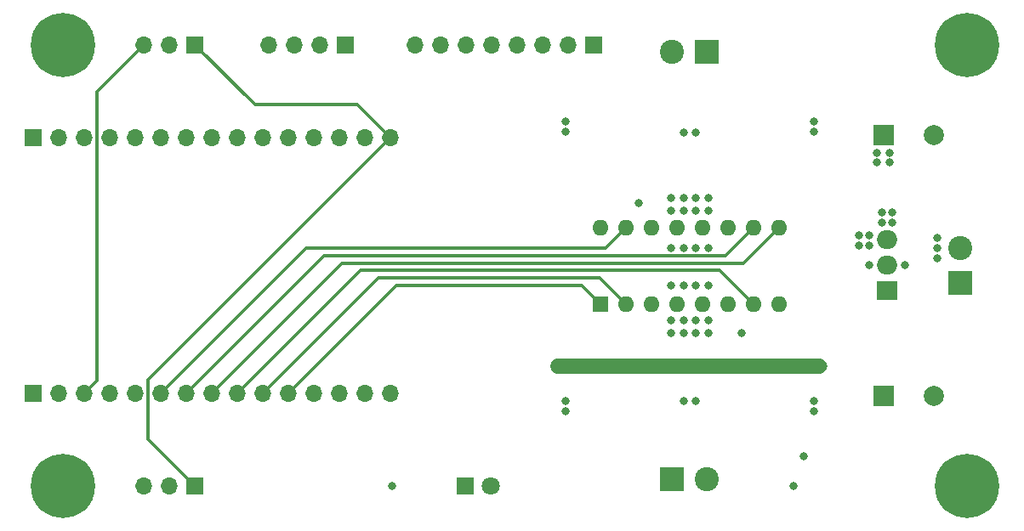
<source format=gbr>
%TF.GenerationSoftware,KiCad,Pcbnew,8.0.2*%
%TF.CreationDate,2024-05-31T22:22:53+03:00*%
%TF.ProjectId,mobrob,6d6f6272-6f62-42e6-9b69-6361645f7063,rev?*%
%TF.SameCoordinates,PX7bfa480PY6422c40*%
%TF.FileFunction,Copper,L4,Bot*%
%TF.FilePolarity,Positive*%
%FSLAX46Y46*%
G04 Gerber Fmt 4.6, Leading zero omitted, Abs format (unit mm)*
G04 Created by KiCad (PCBNEW 8.0.2) date 2024-05-31 22:22:53*
%MOMM*%
%LPD*%
G01*
G04 APERTURE LIST*
%TA.AperFunction,ComponentPad*%
%ADD10R,2.400000X2.400000*%
%TD*%
%TA.AperFunction,ComponentPad*%
%ADD11C,2.400000*%
%TD*%
%TA.AperFunction,ComponentPad*%
%ADD12C,0.800000*%
%TD*%
%TA.AperFunction,ComponentPad*%
%ADD13C,6.400000*%
%TD*%
%TA.AperFunction,ComponentPad*%
%ADD14R,2.000000X2.000000*%
%TD*%
%TA.AperFunction,ComponentPad*%
%ADD15C,2.000000*%
%TD*%
%TA.AperFunction,ComponentPad*%
%ADD16R,1.800000X1.800000*%
%TD*%
%TA.AperFunction,ComponentPad*%
%ADD17C,1.800000*%
%TD*%
%TA.AperFunction,ComponentPad*%
%ADD18R,1.700000X1.700000*%
%TD*%
%TA.AperFunction,ComponentPad*%
%ADD19O,1.700000X1.700000*%
%TD*%
%TA.AperFunction,ComponentPad*%
%ADD20R,2.000000X1.905000*%
%TD*%
%TA.AperFunction,ComponentPad*%
%ADD21O,2.000000X1.905000*%
%TD*%
%TA.AperFunction,ComponentPad*%
%ADD22R,1.600000X1.600000*%
%TD*%
%TA.AperFunction,ComponentPad*%
%ADD23O,1.600000X1.600000*%
%TD*%
%TA.AperFunction,ViaPad*%
%ADD24C,0.800000*%
%TD*%
%TA.AperFunction,ViaPad*%
%ADD25C,1.200000*%
%TD*%
%TA.AperFunction,Conductor*%
%ADD26C,0.300000*%
%TD*%
%TA.AperFunction,Conductor*%
%ADD27C,1.500000*%
%TD*%
G04 APERTURE END LIST*
D10*
%TO.P,J2,1,Pin_1*%
%TO.N,Net-(D1-A)*%
X65600000Y5700000D03*
D11*
%TO.P,J2,2,Pin_2*%
%TO.N,Net-(D3-A)*%
X69100000Y5700000D03*
%TD*%
D12*
%TO.P,H3,1,1*%
%TO.N,GND*%
X92600000Y49000000D03*
X93302944Y50697056D03*
X93302944Y47302944D03*
X95000000Y51400000D03*
D13*
X95000000Y49000000D03*
D12*
X95000000Y46600000D03*
X96697056Y50697056D03*
X96697056Y47302944D03*
X97400000Y49000000D03*
%TD*%
D14*
%TO.P,C1,1*%
%TO.N,+12V*%
X86632323Y14000000D03*
D15*
%TO.P,C1,2*%
%TO.N,GND*%
X91632323Y14000000D03*
%TD*%
D12*
%TO.P,H2,1,1*%
%TO.N,GND*%
X92600000Y5000000D03*
X93302944Y6697056D03*
X93302944Y3302944D03*
X95000000Y7400000D03*
D13*
X95000000Y5000000D03*
D12*
X95000000Y2600000D03*
X96697056Y6697056D03*
X96697056Y3302944D03*
X97400000Y5000000D03*
%TD*%
D16*
%TO.P,D9,1,K*%
%TO.N,Net-(D9-K)*%
X45000000Y5000000D03*
D17*
%TO.P,D9,2,A*%
%TO.N,STATUS_LED*%
X47540000Y5000000D03*
%TD*%
D10*
%TO.P,J3,1,Pin_1*%
%TO.N,+12V*%
X94300000Y25250000D03*
D11*
%TO.P,J3,2,Pin_2*%
%TO.N,GND*%
X94300000Y28750000D03*
%TD*%
D18*
%TO.P,J8,1,VCC*%
%TO.N,+5V*%
X57780000Y49000000D03*
D19*
%TO.P,J8,2,GND*%
%TO.N,GND*%
X55240000Y49000000D03*
%TO.P,J8,3,SCL*%
%TO.N,IMU_SCL*%
X52700000Y49000000D03*
%TO.P,J8,4,SDA*%
%TO.N,IMU_SDA*%
X50160000Y49000000D03*
%TO.P,J8,5,XDA*%
%TO.N,unconnected-(J8-XDA-Pad5)*%
X47620000Y49000000D03*
%TO.P,J8,6,XCL*%
%TO.N,unconnected-(J8-XCL-Pad6)*%
X45080000Y49000000D03*
%TO.P,J8,7,AD0*%
%TO.N,unconnected-(J8-AD0-Pad7)*%
X42540000Y49000000D03*
%TO.P,J8,8,INT*%
%TO.N,unconnected-(J8-INT-Pad8)*%
X40000000Y49000000D03*
%TD*%
D10*
%TO.P,J1,1,Pin_1*%
%TO.N,Net-(D5-A)*%
X69100000Y48300000D03*
D11*
%TO.P,J1,2,Pin_2*%
%TO.N,Net-(D7-A)*%
X65600000Y48300000D03*
%TD*%
D20*
%TO.P,U2,1,IN*%
%TO.N,+12V*%
X87000000Y24460000D03*
D21*
%TO.P,U2,2,GND*%
%TO.N,GND*%
X87000000Y27000000D03*
%TO.P,U2,3,OUT*%
%TO.N,+5V*%
X87000000Y29540000D03*
%TD*%
D18*
%TO.P,J5,1,D23*%
%TO.N,IMU_SCL*%
X1980000Y39750000D03*
D19*
%TO.P,J5,2,D22*%
%TO.N,IMU_SDA*%
X4520000Y39750000D03*
%TO.P,J5,3,TX0*%
%TO.N,unconnected-(J5-TX0-Pad3)*%
X7060000Y39750000D03*
%TO.P,J5,4,RX0*%
%TO.N,unconnected-(J5-RX0-Pad4)*%
X9600000Y39750000D03*
%TO.P,J5,5,D21*%
%TO.N,UT_TRIG*%
X12140000Y39750000D03*
%TO.P,J5,6,D19*%
%TO.N,unconnected-(J5-D19-Pad6)*%
X14680000Y39750000D03*
%TO.P,J5,7,D18*%
%TO.N,unconnected-(J5-D18-Pad7)*%
X17220000Y39750000D03*
%TO.P,J5,8,D5*%
%TO.N,unconnected-(J5-D5-Pad8)*%
X19760000Y39750000D03*
%TO.P,J5,9,TX2*%
%TO.N,unconnected-(J5-TX2-Pad9)*%
X22300000Y39750000D03*
%TO.P,J5,10,RX2*%
%TO.N,unconnected-(J5-RX2-Pad10)*%
X24840000Y39750000D03*
%TO.P,J5,11,D4*%
%TO.N,UT_ECHO*%
X27380000Y39750000D03*
%TO.P,J5,12,D2*%
%TO.N,unconnected-(J5-D2-Pad12)*%
X29920000Y39750000D03*
%TO.P,J5,13,D15*%
%TO.N,unconnected-(J5-D15-Pad13)*%
X32460000Y39750000D03*
%TO.P,J5,14,GND*%
%TO.N,GND*%
X35000000Y39750000D03*
%TO.P,J5,15,3V3*%
%TO.N,+3.3V*%
X37540000Y39750000D03*
%TD*%
D12*
%TO.P,H4,1,1*%
%TO.N,GND*%
X2600000Y49000000D03*
X3302944Y50697056D03*
X3302944Y47302944D03*
X5000000Y51400000D03*
D13*
X5000000Y49000000D03*
D12*
X5000000Y46600000D03*
X6697056Y50697056D03*
X6697056Y47302944D03*
X7400000Y49000000D03*
%TD*%
D22*
%TO.P,U1,1,EN1\u002C2*%
%TO.N,EN1\u002C2*%
X58460000Y23130000D03*
D23*
%TO.P,U1,2,1A*%
%TO.N,1A*%
X61000000Y23130000D03*
%TO.P,U1,3,1Y*%
%TO.N,Net-(D1-A)*%
X63540000Y23130000D03*
%TO.P,U1,4,GND*%
%TO.N,GND*%
X66080000Y23130000D03*
%TO.P,U1,5,GND*%
X68620000Y23130000D03*
%TO.P,U1,6,2Y*%
%TO.N,Net-(D3-A)*%
X71160000Y23130000D03*
%TO.P,U1,7,2A*%
%TO.N,2A*%
X73700000Y23130000D03*
%TO.P,U1,8,VCC2*%
%TO.N,+12V*%
X76240000Y23130000D03*
%TO.P,U1,9,EN3\u002C4*%
%TO.N,EN3\u002C4*%
X76240000Y30750000D03*
%TO.P,U1,10,3A*%
%TO.N,3A*%
X73700000Y30750000D03*
%TO.P,U1,11,3Y*%
%TO.N,Net-(D5-A)*%
X71160000Y30750000D03*
%TO.P,U1,12,GND*%
%TO.N,GND*%
X68620000Y30750000D03*
%TO.P,U1,13,GND*%
X66080000Y30750000D03*
%TO.P,U1,14,4Y*%
%TO.N,Net-(D7-A)*%
X63540000Y30750000D03*
%TO.P,U1,15,4A*%
%TO.N,4A*%
X61000000Y30750000D03*
%TO.P,U1,16,VCC1*%
%TO.N,+5V*%
X58460000Y30750000D03*
%TD*%
D18*
%TO.P,J6,1,VCC*%
%TO.N,+3.3V*%
X18080000Y5000000D03*
D19*
%TO.P,J6,2,GND*%
%TO.N,GND*%
X15540000Y5000000D03*
%TO.P,J6,3,OUT*%
%TO.N,LHALL*%
X13000000Y5000000D03*
%TD*%
D14*
%TO.P,C2,1*%
%TO.N,+5V*%
X86632323Y40000000D03*
D15*
%TO.P,C2,2*%
%TO.N,GND*%
X91632323Y40000000D03*
%TD*%
D12*
%TO.P,H1,1,1*%
%TO.N,GND*%
X2600000Y5000000D03*
X3302944Y6697056D03*
X3302944Y3302944D03*
X5000000Y7400000D03*
D13*
X5000000Y5000000D03*
D12*
X5000000Y2600000D03*
X6697056Y6697056D03*
X6697056Y3302944D03*
X7400000Y5000000D03*
%TD*%
D19*
%TO.P,J4,15,VIN*%
%TO.N,+5V*%
X37560000Y14250000D03*
%TO.P,J4,14,GND*%
%TO.N,GND*%
X35020000Y14250000D03*
%TO.P,J4,13,D13*%
%TO.N,STATUS_LED*%
X32480000Y14250000D03*
%TO.P,J4,12,D12*%
%TO.N,unconnected-(J4-D12-Pad12)*%
X29940000Y14250000D03*
%TO.P,J4,11,D14*%
%TO.N,EN1\u002C2*%
X27400000Y14250000D03*
%TO.P,J4,10,D27*%
%TO.N,1A*%
X24860000Y14250000D03*
%TO.P,J4,9,D26*%
%TO.N,2A*%
X22320000Y14250000D03*
%TO.P,J4,8,D25*%
%TO.N,EN3\u002C4*%
X19780000Y14250000D03*
%TO.P,J4,7,D33*%
%TO.N,3A*%
X17240000Y14250000D03*
%TO.P,J4,6,D32*%
%TO.N,4A*%
X14700000Y14250000D03*
%TO.P,J4,5,D35*%
%TO.N,unconnected-(J4-D35-Pad5)*%
X12160000Y14250000D03*
%TO.P,J4,4,D34*%
%TO.N,unconnected-(J4-D34-Pad4)*%
X9620000Y14250000D03*
%TO.P,J4,3,VN*%
%TO.N,RHALL*%
X7080000Y14250000D03*
%TO.P,J4,2,VP*%
%TO.N,LHALL*%
X4540000Y14250000D03*
D18*
%TO.P,J4,1,EN*%
%TO.N,unconnected-(J4-EN-Pad1)*%
X2000000Y14250000D03*
%TD*%
%TO.P,J7,1,VCC*%
%TO.N,+3.3V*%
X18080000Y49000000D03*
D19*
%TO.P,J7,2,GND*%
%TO.N,GND*%
X15540000Y49000000D03*
%TO.P,J7,3,OUT*%
%TO.N,RHALL*%
X13000000Y49000000D03*
%TD*%
D18*
%TO.P,J9,1,VCC*%
%TO.N,+5V*%
X33080000Y49000000D03*
D19*
%TO.P,J9,2,TRIG*%
%TO.N,UT_TRIG*%
X30540000Y49000000D03*
%TO.P,J9,3,ECHO*%
%TO.N,UT_ECHO*%
X28000000Y49000000D03*
%TO.P,J9,4,GND*%
%TO.N,GND*%
X25460000Y49000000D03*
%TD*%
D24*
%TO.N,GND*%
X62250000Y33250000D03*
X85250000Y27000000D03*
X55000000Y13500000D03*
X92000000Y28750000D03*
X66750000Y25000000D03*
X79750000Y13500000D03*
X68000000Y28750000D03*
X69250000Y20250000D03*
X79750000Y12500000D03*
X65500000Y32500000D03*
X55000000Y40340000D03*
X66750000Y40250000D03*
X92000000Y27750000D03*
X88750000Y27000000D03*
X69250000Y21500000D03*
X55000000Y41340000D03*
X72500000Y20250000D03*
X69250000Y28750000D03*
X69250000Y32500000D03*
X79750000Y41340000D03*
X65500000Y28750000D03*
X66750000Y21500000D03*
X65500000Y25000000D03*
X92000000Y29750000D03*
X68000000Y20250000D03*
X66750000Y28750000D03*
X68000000Y21500000D03*
X69250000Y25000000D03*
X68000000Y13500000D03*
X55000000Y12500000D03*
X68000000Y25000000D03*
X68000000Y40250000D03*
X37750000Y5000000D03*
X66750000Y32500000D03*
X65500000Y33750000D03*
X68000000Y32500000D03*
X79750000Y40340000D03*
X68000000Y33750000D03*
X78737500Y8000000D03*
X65500000Y21500000D03*
X69250000Y33750000D03*
X65500000Y20250000D03*
X66750000Y13500000D03*
X66750000Y20250000D03*
X66750000Y33750000D03*
%TO.N,+5V*%
X87250000Y37250000D03*
X84250000Y29000000D03*
X87500000Y31250000D03*
X87500000Y32250000D03*
X84250000Y30000000D03*
X85250000Y29000000D03*
X87250000Y38250000D03*
X86000000Y37250000D03*
X85250000Y30000000D03*
X86000000Y38250000D03*
X86500000Y31250000D03*
X86500000Y32250000D03*
X77737500Y5000000D03*
D25*
%TO.N,+12V*%
X54250000Y17000000D03*
X80500000Y17000000D03*
%TD*%
D26*
%TO.N,+3.3V*%
X13425000Y15635000D02*
X37540000Y39750000D01*
X13425000Y9655000D02*
X13425000Y15635000D01*
X18080000Y5000000D02*
X13425000Y9655000D01*
%TO.N,RHALL*%
X8325000Y44325000D02*
X13000000Y49000000D01*
X8325000Y15495000D02*
X7080000Y14250000D01*
X8325000Y44325000D02*
X8325000Y15495000D01*
%TO.N,+3.3V*%
X24080000Y43000000D02*
X34290000Y43000000D01*
X34290000Y43000000D02*
X37540000Y39750000D01*
X18080000Y49000000D02*
X24080000Y43000000D01*
%TO.N,2A*%
X34570000Y26500000D02*
X22320000Y14250000D01*
X70330000Y26500000D02*
X34570000Y26500000D01*
X73700000Y23130000D02*
X70330000Y26500000D01*
%TO.N,4A*%
X29200000Y28750000D02*
X14700000Y14250000D01*
X59000000Y28750000D02*
X29200000Y28750000D01*
X61000000Y30750000D02*
X59000000Y28750000D01*
%TO.N,3A*%
X30990000Y28000000D02*
X17240000Y14250000D01*
X70950000Y28000000D02*
X30990000Y28000000D01*
X73700000Y30750000D02*
X70950000Y28000000D01*
%TO.N,EN3\u002C4*%
X32780000Y27250000D02*
X19780000Y14250000D01*
X72740000Y27250000D02*
X32780000Y27250000D01*
X76240000Y30750000D02*
X72740000Y27250000D01*
%TO.N,1A*%
X58380000Y25750000D02*
X36360000Y25750000D01*
X61000000Y23130000D02*
X58380000Y25750000D01*
X36360000Y25750000D02*
X24860000Y14250000D01*
%TO.N,EN1\u002C2*%
X38150000Y25000000D02*
X27400000Y14250000D01*
X56590000Y25000000D02*
X38150000Y25000000D01*
X58460000Y23130000D02*
X56590000Y25000000D01*
D27*
%TO.N,+12V*%
X54250000Y17000000D02*
X80250000Y17000000D01*
%TD*%
M02*

</source>
